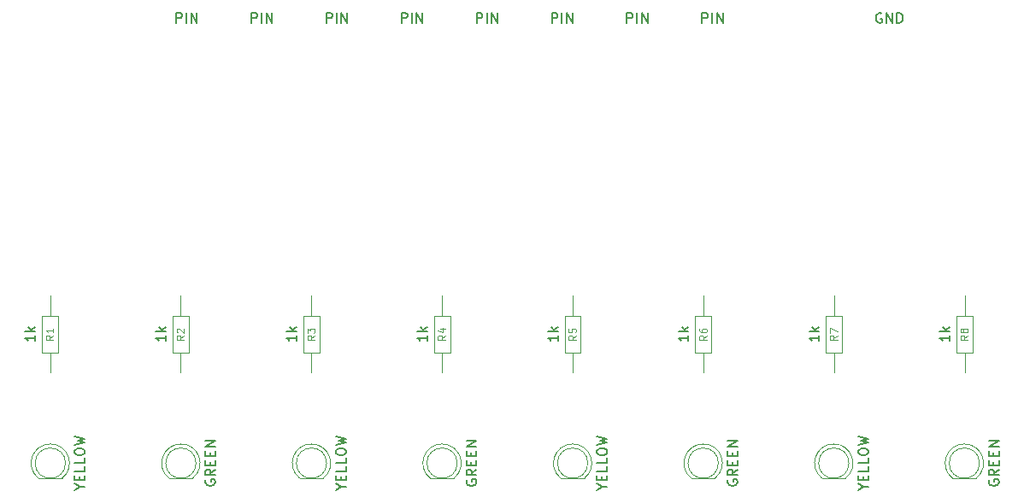
<source format=gbr>
%TF.GenerationSoftware,KiCad,Pcbnew,5.1.4-3.fc30*%
%TF.CreationDate,2019-10-13T17:27:32+02:00*%
%TF.ProjectId,LED_line,4c45445f-6c69-46e6-952e-6b696361645f,rev?*%
%TF.SameCoordinates,PX4531a5cPY39f1340*%
%TF.FileFunction,Other,Fab,Top*%
%FSLAX46Y46*%
G04 Gerber Fmt 4.6, Leading zero omitted, Abs format (unit mm)*
G04 Created by KiCad (PCBNEW 5.1.4-3.fc30) date 2019-10-13 17:27:32*
%MOMM*%
%LPD*%
G04 APERTURE LIST*
%ADD10C,0.100000*%
%ADD11C,0.150000*%
%ADD12C,0.108000*%
G04 APERTURE END LIST*
D10*
%TO.C,D1*%
X3113710Y-48223300D02*
X5446090Y-48223300D01*
X5779900Y-46723300D02*
G75*
G03X5779900Y-46723300I-1500000J0D01*
G01*
X5445376Y-48223855D02*
G75*
G03X3113710Y-48223300I-1165476J1500555D01*
G01*
%TO.C,D2*%
X16047752Y-48223300D02*
X18380132Y-48223300D01*
X18713942Y-46723300D02*
G75*
G03X18713942Y-46723300I-1500000J0D01*
G01*
X18379418Y-48223855D02*
G75*
G03X16047752Y-48223300I-1165476J1500555D01*
G01*
%TO.C,D3*%
X28981794Y-48223300D02*
X31314174Y-48223300D01*
X31647984Y-46723300D02*
G75*
G03X31647984Y-46723300I-1500000J0D01*
G01*
X31313460Y-48223855D02*
G75*
G03X28981794Y-48223300I-1165476J1500555D01*
G01*
%TO.C,D4*%
X41915836Y-48223300D02*
X44248216Y-48223300D01*
X44582026Y-46723300D02*
G75*
G03X44582026Y-46723300I-1500000J0D01*
G01*
X44247502Y-48223855D02*
G75*
G03X41915836Y-48223300I-1165476J1500555D01*
G01*
%TO.C,D5*%
X54849878Y-48223300D02*
X57182258Y-48223300D01*
X57516068Y-46723300D02*
G75*
G03X57516068Y-46723300I-1500000J0D01*
G01*
X57181544Y-48223855D02*
G75*
G03X54849878Y-48223300I-1165476J1500555D01*
G01*
%TO.C,D6*%
X67783920Y-48223300D02*
X70116300Y-48223300D01*
X70450110Y-46723300D02*
G75*
G03X70450110Y-46723300I-1500000J0D01*
G01*
X70115586Y-48223855D02*
G75*
G03X67783920Y-48223300I-1165476J1500555D01*
G01*
%TO.C,D7*%
X80717962Y-48223300D02*
X83050342Y-48223300D01*
X83384152Y-46723300D02*
G75*
G03X83384152Y-46723300I-1500000J0D01*
G01*
X83049628Y-48223855D02*
G75*
G03X80717962Y-48223300I-1165476J1500555D01*
G01*
%TO.C,D8*%
X93652010Y-48223300D02*
X95984390Y-48223300D01*
X96318200Y-46723300D02*
G75*
G03X96318200Y-46723300I-1500000J0D01*
G01*
X95983676Y-48223855D02*
G75*
G03X93652010Y-48223300I-1165476J1500555D01*
G01*
%TO.C,R1*%
X4254500Y-37744400D02*
X4254500Y-35734400D01*
X4254500Y-30124400D02*
X4254500Y-32134400D01*
X5054500Y-35734400D02*
X5054500Y-32134400D01*
X3454500Y-35734400D02*
X5054500Y-35734400D01*
X3454500Y-32134400D02*
X3454500Y-35734400D01*
X5054500Y-32134400D02*
X3454500Y-32134400D01*
%TO.C,R2*%
X17195800Y-37744400D02*
X17195800Y-35734400D01*
X17195800Y-30124400D02*
X17195800Y-32134400D01*
X17995800Y-35734400D02*
X17995800Y-32134400D01*
X16395800Y-35734400D02*
X17995800Y-35734400D01*
X16395800Y-32134400D02*
X16395800Y-35734400D01*
X17995800Y-32134400D02*
X16395800Y-32134400D01*
%TO.C,R3*%
X30137100Y-37744400D02*
X30137100Y-35734400D01*
X30137100Y-30124400D02*
X30137100Y-32134400D01*
X30937100Y-35734400D02*
X30937100Y-32134400D01*
X29337100Y-35734400D02*
X30937100Y-35734400D01*
X29337100Y-32134400D02*
X29337100Y-35734400D01*
X30937100Y-32134400D02*
X29337100Y-32134400D01*
%TO.C,R4*%
X43078400Y-37744400D02*
X43078400Y-35734400D01*
X43078400Y-30124400D02*
X43078400Y-32134400D01*
X43878400Y-35734400D02*
X43878400Y-32134400D01*
X42278400Y-35734400D02*
X43878400Y-35734400D01*
X42278400Y-32134400D02*
X42278400Y-35734400D01*
X43878400Y-32134400D02*
X42278400Y-32134400D01*
%TO.C,R5*%
X56019700Y-37744400D02*
X56019700Y-35734400D01*
X56019700Y-30124400D02*
X56019700Y-32134400D01*
X56819700Y-35734400D02*
X56819700Y-32134400D01*
X55219700Y-35734400D02*
X56819700Y-35734400D01*
X55219700Y-32134400D02*
X55219700Y-35734400D01*
X56819700Y-32134400D02*
X55219700Y-32134400D01*
%TO.C,R6*%
X68961000Y-37744400D02*
X68961000Y-35734400D01*
X68961000Y-30124400D02*
X68961000Y-32134400D01*
X69761000Y-35734400D02*
X69761000Y-32134400D01*
X68161000Y-35734400D02*
X69761000Y-35734400D01*
X68161000Y-32134400D02*
X68161000Y-35734400D01*
X69761000Y-32134400D02*
X68161000Y-32134400D01*
%TO.C,R7*%
X81902300Y-37744400D02*
X81902300Y-35734400D01*
X81902300Y-30124400D02*
X81902300Y-32134400D01*
X82702300Y-35734400D02*
X82702300Y-32134400D01*
X81102300Y-35734400D02*
X82702300Y-35734400D01*
X81102300Y-32134400D02*
X81102300Y-35734400D01*
X82702300Y-32134400D02*
X81102300Y-32134400D01*
%TO.C,R8*%
X94843600Y-37744400D02*
X94843600Y-35734400D01*
X94843600Y-30124400D02*
X94843600Y-32134400D01*
X95643600Y-35734400D02*
X95643600Y-32134400D01*
X94043600Y-35734400D02*
X95643600Y-35734400D01*
X94043600Y-32134400D02*
X94043600Y-35734400D01*
X95643600Y-32134400D02*
X94043600Y-32134400D01*
%TD*%
%TO.C,J9*%
D11*
X86626795Y-2135200D02*
X86531557Y-2087580D01*
X86388700Y-2087580D01*
X86245842Y-2135200D01*
X86150604Y-2230438D01*
X86102985Y-2325676D01*
X86055366Y-2516152D01*
X86055366Y-2659009D01*
X86102985Y-2849485D01*
X86150604Y-2944723D01*
X86245842Y-3039961D01*
X86388700Y-3087580D01*
X86483938Y-3087580D01*
X86626795Y-3039961D01*
X86674414Y-2992342D01*
X86674414Y-2659009D01*
X86483938Y-2659009D01*
X87102985Y-3087580D02*
X87102985Y-2087580D01*
X87674414Y-3087580D01*
X87674414Y-2087580D01*
X88150604Y-3087580D02*
X88150604Y-2087580D01*
X88388700Y-2087580D01*
X88531557Y-2135200D01*
X88626795Y-2230438D01*
X88674414Y-2325676D01*
X88722033Y-2516152D01*
X88722033Y-2659009D01*
X88674414Y-2849485D01*
X88626795Y-2944723D01*
X88531557Y-3039961D01*
X88388700Y-3087580D01*
X88150604Y-3087580D01*
%TO.C,J1*%
X16756190Y-3087580D02*
X16756190Y-2087580D01*
X17137142Y-2087580D01*
X17232380Y-2135200D01*
X17280000Y-2182819D01*
X17327619Y-2278057D01*
X17327619Y-2420914D01*
X17280000Y-2516152D01*
X17232380Y-2563771D01*
X17137142Y-2611390D01*
X16756190Y-2611390D01*
X17756190Y-3087580D02*
X17756190Y-2087580D01*
X18232380Y-3087580D02*
X18232380Y-2087580D01*
X18803809Y-3087580D01*
X18803809Y-2087580D01*
%TO.C,D1*%
X7216090Y-49080442D02*
X7692280Y-49080442D01*
X6692280Y-49413776D02*
X7216090Y-49080442D01*
X6692280Y-48747109D01*
X7168471Y-48413776D02*
X7168471Y-48080442D01*
X7692280Y-47937585D02*
X7692280Y-48413776D01*
X6692280Y-48413776D01*
X6692280Y-47937585D01*
X7692280Y-47032823D02*
X7692280Y-47509014D01*
X6692280Y-47509014D01*
X7692280Y-46223300D02*
X7692280Y-46699490D01*
X6692280Y-46699490D01*
X6692280Y-45699490D02*
X6692280Y-45509014D01*
X6739900Y-45413776D01*
X6835138Y-45318538D01*
X7025614Y-45270919D01*
X7358947Y-45270919D01*
X7549423Y-45318538D01*
X7644661Y-45413776D01*
X7692280Y-45509014D01*
X7692280Y-45699490D01*
X7644661Y-45794728D01*
X7549423Y-45889966D01*
X7358947Y-45937585D01*
X7025614Y-45937585D01*
X6835138Y-45889966D01*
X6739900Y-45794728D01*
X6692280Y-45699490D01*
X6692280Y-44937585D02*
X7692280Y-44699490D01*
X6977995Y-44509014D01*
X7692280Y-44318538D01*
X6692280Y-44080442D01*
%TO.C,D2*%
X19673942Y-48389966D02*
X19626322Y-48485204D01*
X19626322Y-48628061D01*
X19673942Y-48770919D01*
X19769180Y-48866157D01*
X19864418Y-48913776D01*
X20054894Y-48961395D01*
X20197751Y-48961395D01*
X20388227Y-48913776D01*
X20483465Y-48866157D01*
X20578703Y-48770919D01*
X20626322Y-48628061D01*
X20626322Y-48532823D01*
X20578703Y-48389966D01*
X20531084Y-48342347D01*
X20197751Y-48342347D01*
X20197751Y-48532823D01*
X20626322Y-47342347D02*
X20150132Y-47675680D01*
X20626322Y-47913776D02*
X19626322Y-47913776D01*
X19626322Y-47532823D01*
X19673942Y-47437585D01*
X19721561Y-47389966D01*
X19816799Y-47342347D01*
X19959656Y-47342347D01*
X20054894Y-47389966D01*
X20102513Y-47437585D01*
X20150132Y-47532823D01*
X20150132Y-47913776D01*
X20102513Y-46913776D02*
X20102513Y-46580442D01*
X20626322Y-46437585D02*
X20626322Y-46913776D01*
X19626322Y-46913776D01*
X19626322Y-46437585D01*
X20102513Y-46009014D02*
X20102513Y-45675680D01*
X20626322Y-45532823D02*
X20626322Y-46009014D01*
X19626322Y-46009014D01*
X19626322Y-45532823D01*
X20626322Y-45104252D02*
X19626322Y-45104252D01*
X20626322Y-44532823D01*
X19626322Y-44532823D01*
%TO.C,D3*%
X33084174Y-49080442D02*
X33560364Y-49080442D01*
X32560364Y-49413776D02*
X33084174Y-49080442D01*
X32560364Y-48747109D01*
X33036555Y-48413776D02*
X33036555Y-48080442D01*
X33560364Y-47937585D02*
X33560364Y-48413776D01*
X32560364Y-48413776D01*
X32560364Y-47937585D01*
X33560364Y-47032823D02*
X33560364Y-47509014D01*
X32560364Y-47509014D01*
X33560364Y-46223300D02*
X33560364Y-46699490D01*
X32560364Y-46699490D01*
X32560364Y-45699490D02*
X32560364Y-45509014D01*
X32607984Y-45413776D01*
X32703222Y-45318538D01*
X32893698Y-45270919D01*
X33227031Y-45270919D01*
X33417507Y-45318538D01*
X33512745Y-45413776D01*
X33560364Y-45509014D01*
X33560364Y-45699490D01*
X33512745Y-45794728D01*
X33417507Y-45889966D01*
X33227031Y-45937585D01*
X32893698Y-45937585D01*
X32703222Y-45889966D01*
X32607984Y-45794728D01*
X32560364Y-45699490D01*
X32560364Y-44937585D02*
X33560364Y-44699490D01*
X32846079Y-44509014D01*
X33560364Y-44318538D01*
X32560364Y-44080442D01*
%TO.C,D4*%
X45542026Y-48389966D02*
X45494406Y-48485204D01*
X45494406Y-48628061D01*
X45542026Y-48770919D01*
X45637264Y-48866157D01*
X45732502Y-48913776D01*
X45922978Y-48961395D01*
X46065835Y-48961395D01*
X46256311Y-48913776D01*
X46351549Y-48866157D01*
X46446787Y-48770919D01*
X46494406Y-48628061D01*
X46494406Y-48532823D01*
X46446787Y-48389966D01*
X46399168Y-48342347D01*
X46065835Y-48342347D01*
X46065835Y-48532823D01*
X46494406Y-47342347D02*
X46018216Y-47675680D01*
X46494406Y-47913776D02*
X45494406Y-47913776D01*
X45494406Y-47532823D01*
X45542026Y-47437585D01*
X45589645Y-47389966D01*
X45684883Y-47342347D01*
X45827740Y-47342347D01*
X45922978Y-47389966D01*
X45970597Y-47437585D01*
X46018216Y-47532823D01*
X46018216Y-47913776D01*
X45970597Y-46913776D02*
X45970597Y-46580442D01*
X46494406Y-46437585D02*
X46494406Y-46913776D01*
X45494406Y-46913776D01*
X45494406Y-46437585D01*
X45970597Y-46009014D02*
X45970597Y-45675680D01*
X46494406Y-45532823D02*
X46494406Y-46009014D01*
X45494406Y-46009014D01*
X45494406Y-45532823D01*
X46494406Y-45104252D02*
X45494406Y-45104252D01*
X46494406Y-44532823D01*
X45494406Y-44532823D01*
%TO.C,D5*%
X58952258Y-49080442D02*
X59428448Y-49080442D01*
X58428448Y-49413776D02*
X58952258Y-49080442D01*
X58428448Y-48747109D01*
X58904639Y-48413776D02*
X58904639Y-48080442D01*
X59428448Y-47937585D02*
X59428448Y-48413776D01*
X58428448Y-48413776D01*
X58428448Y-47937585D01*
X59428448Y-47032823D02*
X59428448Y-47509014D01*
X58428448Y-47509014D01*
X59428448Y-46223300D02*
X59428448Y-46699490D01*
X58428448Y-46699490D01*
X58428448Y-45699490D02*
X58428448Y-45509014D01*
X58476068Y-45413776D01*
X58571306Y-45318538D01*
X58761782Y-45270919D01*
X59095115Y-45270919D01*
X59285591Y-45318538D01*
X59380829Y-45413776D01*
X59428448Y-45509014D01*
X59428448Y-45699490D01*
X59380829Y-45794728D01*
X59285591Y-45889966D01*
X59095115Y-45937585D01*
X58761782Y-45937585D01*
X58571306Y-45889966D01*
X58476068Y-45794728D01*
X58428448Y-45699490D01*
X58428448Y-44937585D02*
X59428448Y-44699490D01*
X58714163Y-44509014D01*
X59428448Y-44318538D01*
X58428448Y-44080442D01*
%TO.C,D6*%
X71410110Y-48389966D02*
X71362490Y-48485204D01*
X71362490Y-48628061D01*
X71410110Y-48770919D01*
X71505348Y-48866157D01*
X71600586Y-48913776D01*
X71791062Y-48961395D01*
X71933919Y-48961395D01*
X72124395Y-48913776D01*
X72219633Y-48866157D01*
X72314871Y-48770919D01*
X72362490Y-48628061D01*
X72362490Y-48532823D01*
X72314871Y-48389966D01*
X72267252Y-48342347D01*
X71933919Y-48342347D01*
X71933919Y-48532823D01*
X72362490Y-47342347D02*
X71886300Y-47675680D01*
X72362490Y-47913776D02*
X71362490Y-47913776D01*
X71362490Y-47532823D01*
X71410110Y-47437585D01*
X71457729Y-47389966D01*
X71552967Y-47342347D01*
X71695824Y-47342347D01*
X71791062Y-47389966D01*
X71838681Y-47437585D01*
X71886300Y-47532823D01*
X71886300Y-47913776D01*
X71838681Y-46913776D02*
X71838681Y-46580442D01*
X72362490Y-46437585D02*
X72362490Y-46913776D01*
X71362490Y-46913776D01*
X71362490Y-46437585D01*
X71838681Y-46009014D02*
X71838681Y-45675680D01*
X72362490Y-45532823D02*
X72362490Y-46009014D01*
X71362490Y-46009014D01*
X71362490Y-45532823D01*
X72362490Y-45104252D02*
X71362490Y-45104252D01*
X72362490Y-44532823D01*
X71362490Y-44532823D01*
%TO.C,D7*%
X84820342Y-49080442D02*
X85296532Y-49080442D01*
X84296532Y-49413776D02*
X84820342Y-49080442D01*
X84296532Y-48747109D01*
X84772723Y-48413776D02*
X84772723Y-48080442D01*
X85296532Y-47937585D02*
X85296532Y-48413776D01*
X84296532Y-48413776D01*
X84296532Y-47937585D01*
X85296532Y-47032823D02*
X85296532Y-47509014D01*
X84296532Y-47509014D01*
X85296532Y-46223300D02*
X85296532Y-46699490D01*
X84296532Y-46699490D01*
X84296532Y-45699490D02*
X84296532Y-45509014D01*
X84344152Y-45413776D01*
X84439390Y-45318538D01*
X84629866Y-45270919D01*
X84963199Y-45270919D01*
X85153675Y-45318538D01*
X85248913Y-45413776D01*
X85296532Y-45509014D01*
X85296532Y-45699490D01*
X85248913Y-45794728D01*
X85153675Y-45889966D01*
X84963199Y-45937585D01*
X84629866Y-45937585D01*
X84439390Y-45889966D01*
X84344152Y-45794728D01*
X84296532Y-45699490D01*
X84296532Y-44937585D02*
X85296532Y-44699490D01*
X84582247Y-44509014D01*
X85296532Y-44318538D01*
X84296532Y-44080442D01*
%TO.C,D8*%
X97278200Y-48389966D02*
X97230580Y-48485204D01*
X97230580Y-48628061D01*
X97278200Y-48770919D01*
X97373438Y-48866157D01*
X97468676Y-48913776D01*
X97659152Y-48961395D01*
X97802009Y-48961395D01*
X97992485Y-48913776D01*
X98087723Y-48866157D01*
X98182961Y-48770919D01*
X98230580Y-48628061D01*
X98230580Y-48532823D01*
X98182961Y-48389966D01*
X98135342Y-48342347D01*
X97802009Y-48342347D01*
X97802009Y-48532823D01*
X98230580Y-47342347D02*
X97754390Y-47675680D01*
X98230580Y-47913776D02*
X97230580Y-47913776D01*
X97230580Y-47532823D01*
X97278200Y-47437585D01*
X97325819Y-47389966D01*
X97421057Y-47342347D01*
X97563914Y-47342347D01*
X97659152Y-47389966D01*
X97706771Y-47437585D01*
X97754390Y-47532823D01*
X97754390Y-47913776D01*
X97706771Y-46913776D02*
X97706771Y-46580442D01*
X98230580Y-46437585D02*
X98230580Y-46913776D01*
X97230580Y-46913776D01*
X97230580Y-46437585D01*
X97706771Y-46009014D02*
X97706771Y-45675680D01*
X98230580Y-45532823D02*
X98230580Y-46009014D01*
X97230580Y-46009014D01*
X97230580Y-45532823D01*
X98230580Y-45104252D02*
X97230580Y-45104252D01*
X98230580Y-44532823D01*
X97230580Y-44532823D01*
%TO.C,J2*%
X24196575Y-3087580D02*
X24196575Y-2087580D01*
X24577527Y-2087580D01*
X24672765Y-2135200D01*
X24720385Y-2182819D01*
X24768004Y-2278057D01*
X24768004Y-2420914D01*
X24720385Y-2516152D01*
X24672765Y-2563771D01*
X24577527Y-2611390D01*
X24196575Y-2611390D01*
X25196575Y-3087580D02*
X25196575Y-2087580D01*
X25672765Y-3087580D02*
X25672765Y-2087580D01*
X26244194Y-3087580D01*
X26244194Y-2087580D01*
%TO.C,J3*%
X31636960Y-3087580D02*
X31636960Y-2087580D01*
X32017912Y-2087580D01*
X32113150Y-2135200D01*
X32160770Y-2182819D01*
X32208389Y-2278057D01*
X32208389Y-2420914D01*
X32160770Y-2516152D01*
X32113150Y-2563771D01*
X32017912Y-2611390D01*
X31636960Y-2611390D01*
X32636960Y-3087580D02*
X32636960Y-2087580D01*
X33113150Y-3087580D02*
X33113150Y-2087580D01*
X33684579Y-3087580D01*
X33684579Y-2087580D01*
%TO.C,J4*%
X39077345Y-3087580D02*
X39077345Y-2087580D01*
X39458297Y-2087580D01*
X39553535Y-2135200D01*
X39601155Y-2182819D01*
X39648774Y-2278057D01*
X39648774Y-2420914D01*
X39601155Y-2516152D01*
X39553535Y-2563771D01*
X39458297Y-2611390D01*
X39077345Y-2611390D01*
X40077345Y-3087580D02*
X40077345Y-2087580D01*
X40553535Y-3087580D02*
X40553535Y-2087580D01*
X41124964Y-3087580D01*
X41124964Y-2087580D01*
%TO.C,J5*%
X46517730Y-3087580D02*
X46517730Y-2087580D01*
X46898682Y-2087580D01*
X46993920Y-2135200D01*
X47041540Y-2182819D01*
X47089159Y-2278057D01*
X47089159Y-2420914D01*
X47041540Y-2516152D01*
X46993920Y-2563771D01*
X46898682Y-2611390D01*
X46517730Y-2611390D01*
X47517730Y-3087580D02*
X47517730Y-2087580D01*
X47993920Y-3087580D02*
X47993920Y-2087580D01*
X48565349Y-3087580D01*
X48565349Y-2087580D01*
%TO.C,J6*%
X53958115Y-3087580D02*
X53958115Y-2087580D01*
X54339067Y-2087580D01*
X54434305Y-2135200D01*
X54481925Y-2182819D01*
X54529544Y-2278057D01*
X54529544Y-2420914D01*
X54481925Y-2516152D01*
X54434305Y-2563771D01*
X54339067Y-2611390D01*
X53958115Y-2611390D01*
X54958115Y-3087580D02*
X54958115Y-2087580D01*
X55434305Y-3087580D02*
X55434305Y-2087580D01*
X56005734Y-3087580D01*
X56005734Y-2087580D01*
%TO.C,J7*%
X61398500Y-3087580D02*
X61398500Y-2087580D01*
X61779452Y-2087580D01*
X61874690Y-2135200D01*
X61922310Y-2182819D01*
X61969929Y-2278057D01*
X61969929Y-2420914D01*
X61922310Y-2516152D01*
X61874690Y-2563771D01*
X61779452Y-2611390D01*
X61398500Y-2611390D01*
X62398500Y-3087580D02*
X62398500Y-2087580D01*
X62874690Y-3087580D02*
X62874690Y-2087580D01*
X63446119Y-3087580D01*
X63446119Y-2087580D01*
%TO.C,J8*%
X68838890Y-3087580D02*
X68838890Y-2087580D01*
X69219842Y-2087580D01*
X69315080Y-2135200D01*
X69362700Y-2182819D01*
X69410319Y-2278057D01*
X69410319Y-2420914D01*
X69362700Y-2516152D01*
X69315080Y-2563771D01*
X69219842Y-2611390D01*
X68838890Y-2611390D01*
X69838890Y-3087580D02*
X69838890Y-2087580D01*
X70315080Y-3087580D02*
X70315080Y-2087580D01*
X70886509Y-3087580D01*
X70886509Y-2087580D01*
%TO.C,R1*%
X2786880Y-34053447D02*
X2786880Y-34624876D01*
X2786880Y-34339161D02*
X1786880Y-34339161D01*
X1929738Y-34434400D01*
X2024976Y-34529638D01*
X2072595Y-34624876D01*
X2786880Y-33624876D02*
X1786880Y-33624876D01*
X2405928Y-33529638D02*
X2786880Y-33243923D01*
X2120214Y-33243923D02*
X2501166Y-33624876D01*
D12*
X4580214Y-34054400D02*
X4237357Y-34294400D01*
X4580214Y-34465828D02*
X3860214Y-34465828D01*
X3860214Y-34191542D01*
X3894500Y-34122971D01*
X3928785Y-34088685D01*
X3997357Y-34054400D01*
X4100214Y-34054400D01*
X4168785Y-34088685D01*
X4203071Y-34122971D01*
X4237357Y-34191542D01*
X4237357Y-34465828D01*
X4580214Y-33368685D02*
X4580214Y-33780114D01*
X4580214Y-33574400D02*
X3860214Y-33574400D01*
X3963071Y-33642971D01*
X4031642Y-33711542D01*
X4065928Y-33780114D01*
%TO.C,R2*%
D11*
X15728180Y-34053447D02*
X15728180Y-34624876D01*
X15728180Y-34339161D02*
X14728180Y-34339161D01*
X14871038Y-34434400D01*
X14966276Y-34529638D01*
X15013895Y-34624876D01*
X15728180Y-33624876D02*
X14728180Y-33624876D01*
X15347228Y-33529638D02*
X15728180Y-33243923D01*
X15061514Y-33243923D02*
X15442466Y-33624876D01*
D12*
X17521514Y-34054400D02*
X17178657Y-34294400D01*
X17521514Y-34465828D02*
X16801514Y-34465828D01*
X16801514Y-34191542D01*
X16835800Y-34122971D01*
X16870085Y-34088685D01*
X16938657Y-34054400D01*
X17041514Y-34054400D01*
X17110085Y-34088685D01*
X17144371Y-34122971D01*
X17178657Y-34191542D01*
X17178657Y-34465828D01*
X16870085Y-33780114D02*
X16835800Y-33745828D01*
X16801514Y-33677257D01*
X16801514Y-33505828D01*
X16835800Y-33437257D01*
X16870085Y-33402971D01*
X16938657Y-33368685D01*
X17007228Y-33368685D01*
X17110085Y-33402971D01*
X17521514Y-33814400D01*
X17521514Y-33368685D01*
%TO.C,R3*%
D11*
X28669480Y-34053447D02*
X28669480Y-34624876D01*
X28669480Y-34339161D02*
X27669480Y-34339161D01*
X27812338Y-34434400D01*
X27907576Y-34529638D01*
X27955195Y-34624876D01*
X28669480Y-33624876D02*
X27669480Y-33624876D01*
X28288528Y-33529638D02*
X28669480Y-33243923D01*
X28002814Y-33243923D02*
X28383766Y-33624876D01*
D12*
X30462814Y-34054400D02*
X30119957Y-34294400D01*
X30462814Y-34465828D02*
X29742814Y-34465828D01*
X29742814Y-34191542D01*
X29777100Y-34122971D01*
X29811385Y-34088685D01*
X29879957Y-34054400D01*
X29982814Y-34054400D01*
X30051385Y-34088685D01*
X30085671Y-34122971D01*
X30119957Y-34191542D01*
X30119957Y-34465828D01*
X29742814Y-33814400D02*
X29742814Y-33368685D01*
X30017100Y-33608685D01*
X30017100Y-33505828D01*
X30051385Y-33437257D01*
X30085671Y-33402971D01*
X30154242Y-33368685D01*
X30325671Y-33368685D01*
X30394242Y-33402971D01*
X30428528Y-33437257D01*
X30462814Y-33505828D01*
X30462814Y-33711542D01*
X30428528Y-33780114D01*
X30394242Y-33814400D01*
%TO.C,R4*%
D11*
X41610780Y-34053447D02*
X41610780Y-34624876D01*
X41610780Y-34339161D02*
X40610780Y-34339161D01*
X40753638Y-34434400D01*
X40848876Y-34529638D01*
X40896495Y-34624876D01*
X41610780Y-33624876D02*
X40610780Y-33624876D01*
X41229828Y-33529638D02*
X41610780Y-33243923D01*
X40944114Y-33243923D02*
X41325066Y-33624876D01*
D12*
X43404114Y-34054400D02*
X43061257Y-34294400D01*
X43404114Y-34465828D02*
X42684114Y-34465828D01*
X42684114Y-34191542D01*
X42718400Y-34122971D01*
X42752685Y-34088685D01*
X42821257Y-34054400D01*
X42924114Y-34054400D01*
X42992685Y-34088685D01*
X43026971Y-34122971D01*
X43061257Y-34191542D01*
X43061257Y-34465828D01*
X42924114Y-33437257D02*
X43404114Y-33437257D01*
X42649828Y-33608685D02*
X43164114Y-33780114D01*
X43164114Y-33334400D01*
%TO.C,R5*%
D11*
X54552080Y-34053447D02*
X54552080Y-34624876D01*
X54552080Y-34339161D02*
X53552080Y-34339161D01*
X53694938Y-34434400D01*
X53790176Y-34529638D01*
X53837795Y-34624876D01*
X54552080Y-33624876D02*
X53552080Y-33624876D01*
X54171128Y-33529638D02*
X54552080Y-33243923D01*
X53885414Y-33243923D02*
X54266366Y-33624876D01*
D12*
X56345414Y-34054400D02*
X56002557Y-34294400D01*
X56345414Y-34465828D02*
X55625414Y-34465828D01*
X55625414Y-34191542D01*
X55659700Y-34122971D01*
X55693985Y-34088685D01*
X55762557Y-34054400D01*
X55865414Y-34054400D01*
X55933985Y-34088685D01*
X55968271Y-34122971D01*
X56002557Y-34191542D01*
X56002557Y-34465828D01*
X55625414Y-33402971D02*
X55625414Y-33745828D01*
X55968271Y-33780114D01*
X55933985Y-33745828D01*
X55899700Y-33677257D01*
X55899700Y-33505828D01*
X55933985Y-33437257D01*
X55968271Y-33402971D01*
X56036842Y-33368685D01*
X56208271Y-33368685D01*
X56276842Y-33402971D01*
X56311128Y-33437257D01*
X56345414Y-33505828D01*
X56345414Y-33677257D01*
X56311128Y-33745828D01*
X56276842Y-33780114D01*
%TO.C,R6*%
D11*
X67493380Y-34053447D02*
X67493380Y-34624876D01*
X67493380Y-34339161D02*
X66493380Y-34339161D01*
X66636238Y-34434400D01*
X66731476Y-34529638D01*
X66779095Y-34624876D01*
X67493380Y-33624876D02*
X66493380Y-33624876D01*
X67112428Y-33529638D02*
X67493380Y-33243923D01*
X66826714Y-33243923D02*
X67207666Y-33624876D01*
D12*
X69286714Y-34054400D02*
X68943857Y-34294400D01*
X69286714Y-34465828D02*
X68566714Y-34465828D01*
X68566714Y-34191542D01*
X68601000Y-34122971D01*
X68635285Y-34088685D01*
X68703857Y-34054400D01*
X68806714Y-34054400D01*
X68875285Y-34088685D01*
X68909571Y-34122971D01*
X68943857Y-34191542D01*
X68943857Y-34465828D01*
X68566714Y-33437257D02*
X68566714Y-33574400D01*
X68601000Y-33642971D01*
X68635285Y-33677257D01*
X68738142Y-33745828D01*
X68875285Y-33780114D01*
X69149571Y-33780114D01*
X69218142Y-33745828D01*
X69252428Y-33711542D01*
X69286714Y-33642971D01*
X69286714Y-33505828D01*
X69252428Y-33437257D01*
X69218142Y-33402971D01*
X69149571Y-33368685D01*
X68978142Y-33368685D01*
X68909571Y-33402971D01*
X68875285Y-33437257D01*
X68841000Y-33505828D01*
X68841000Y-33642971D01*
X68875285Y-33711542D01*
X68909571Y-33745828D01*
X68978142Y-33780114D01*
%TO.C,R7*%
D11*
X80434680Y-34053447D02*
X80434680Y-34624876D01*
X80434680Y-34339161D02*
X79434680Y-34339161D01*
X79577538Y-34434400D01*
X79672776Y-34529638D01*
X79720395Y-34624876D01*
X80434680Y-33624876D02*
X79434680Y-33624876D01*
X80053728Y-33529638D02*
X80434680Y-33243923D01*
X79768014Y-33243923D02*
X80148966Y-33624876D01*
D12*
X82228014Y-34054400D02*
X81885157Y-34294400D01*
X82228014Y-34465828D02*
X81508014Y-34465828D01*
X81508014Y-34191542D01*
X81542300Y-34122971D01*
X81576585Y-34088685D01*
X81645157Y-34054400D01*
X81748014Y-34054400D01*
X81816585Y-34088685D01*
X81850871Y-34122971D01*
X81885157Y-34191542D01*
X81885157Y-34465828D01*
X81508014Y-33814400D02*
X81508014Y-33334400D01*
X82228014Y-33642971D01*
%TO.C,R8*%
D11*
X93375980Y-34053447D02*
X93375980Y-34624876D01*
X93375980Y-34339161D02*
X92375980Y-34339161D01*
X92518838Y-34434400D01*
X92614076Y-34529638D01*
X92661695Y-34624876D01*
X93375980Y-33624876D02*
X92375980Y-33624876D01*
X92995028Y-33529638D02*
X93375980Y-33243923D01*
X92709314Y-33243923D02*
X93090266Y-33624876D01*
D12*
X95169314Y-34054400D02*
X94826457Y-34294400D01*
X95169314Y-34465828D02*
X94449314Y-34465828D01*
X94449314Y-34191542D01*
X94483600Y-34122971D01*
X94517885Y-34088685D01*
X94586457Y-34054400D01*
X94689314Y-34054400D01*
X94757885Y-34088685D01*
X94792171Y-34122971D01*
X94826457Y-34191542D01*
X94826457Y-34465828D01*
X94757885Y-33642971D02*
X94723600Y-33711542D01*
X94689314Y-33745828D01*
X94620742Y-33780114D01*
X94586457Y-33780114D01*
X94517885Y-33745828D01*
X94483600Y-33711542D01*
X94449314Y-33642971D01*
X94449314Y-33505828D01*
X94483600Y-33437257D01*
X94517885Y-33402971D01*
X94586457Y-33368685D01*
X94620742Y-33368685D01*
X94689314Y-33402971D01*
X94723600Y-33437257D01*
X94757885Y-33505828D01*
X94757885Y-33642971D01*
X94792171Y-33711542D01*
X94826457Y-33745828D01*
X94895028Y-33780114D01*
X95032171Y-33780114D01*
X95100742Y-33745828D01*
X95135028Y-33711542D01*
X95169314Y-33642971D01*
X95169314Y-33505828D01*
X95135028Y-33437257D01*
X95100742Y-33402971D01*
X95032171Y-33368685D01*
X94895028Y-33368685D01*
X94826457Y-33402971D01*
X94792171Y-33437257D01*
X94757885Y-33505828D01*
%TD*%
M02*

</source>
